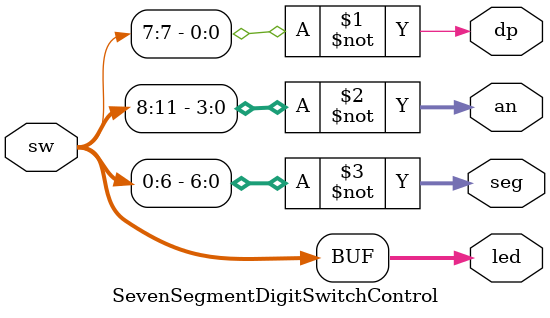
<source format=sv>
`timescale 1ns / 1ps

/*
    Each Switch Represents a segment of the 7-segment display for a given digit, with led to match switch
*/
module SevenSegmentDigitSwitchControl(
    input logic [0:11] sw,
    output dp,
    output [0:3] an,
    output logic [0:6] seg,
    output logic [0:11] led
);
    // Toggle respective LED: DOESNT WORK
    assign led = sw;
    
    // Drive low DP and 4th segment display
    assign dp = ~sw[7];
    assign an = ~sw[8:11];

    // SW0 - A --> SW6 --> G
    assign seg = ~sw[0:6];
    
    /*
    switch the 5th switch: sw = 001_0000 --> seg = 110_1111
    first 3 switchs: sw = 000_0111 --> seg = 111_1000
    
    110_1111 
    
    */

endmodule

</source>
